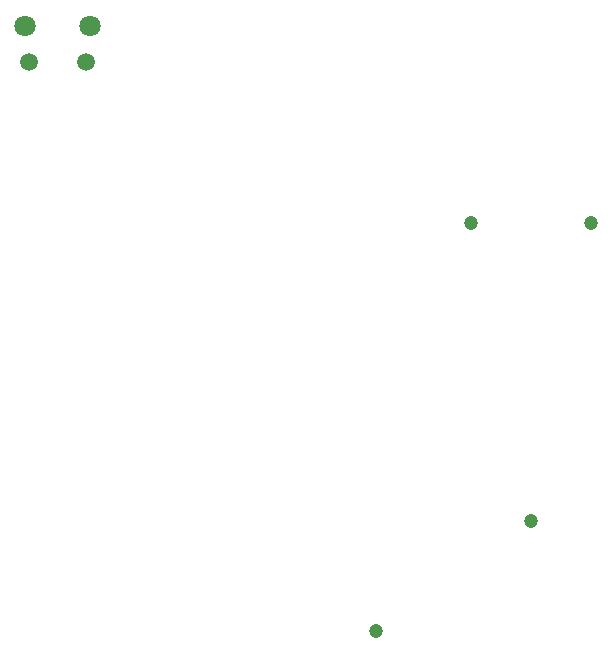
<source format=gbr>
%TF.GenerationSoftware,KiCad,Pcbnew,7.0.8*%
%TF.CreationDate,2025-06-12T15:39:50+08:00*%
%TF.ProjectId,PCB,5043422e-6b69-4636-9164-5f7063625858,rev?*%
%TF.SameCoordinates,Original*%
%TF.FileFunction,NonPlated,1,2,NPTH,Drill*%
%TF.FilePolarity,Positive*%
%FSLAX46Y46*%
G04 Gerber Fmt 4.6, Leading zero omitted, Abs format (unit mm)*
G04 Created by KiCad (PCBNEW 7.0.8) date 2025-06-12 15:39:50*
%MOMM*%
%LPD*%
G01*
G04 APERTURE LIST*
%TA.AperFunction,ComponentDrill*%
%ADD10C,1.200000*%
%TD*%
%TA.AperFunction,ComponentDrill*%
%ADD11C,1.500000*%
%TD*%
%TA.AperFunction,ComponentDrill*%
%ADD12C,1.800000*%
%TD*%
G04 APERTURE END LIST*
D10*
%TO.C,J4*%
X179400000Y-94520000D03*
%TO.C,J2*%
X187420000Y-59940000D03*
%TO.C,J3*%
X192500000Y-85220000D03*
%TO.C,J5*%
X197580000Y-59940000D03*
D11*
%TO.C,U1*%
X149975000Y-46340000D03*
X154825000Y-46340000D03*
D12*
X149675000Y-43310000D03*
X155125000Y-43310000D03*
M02*

</source>
